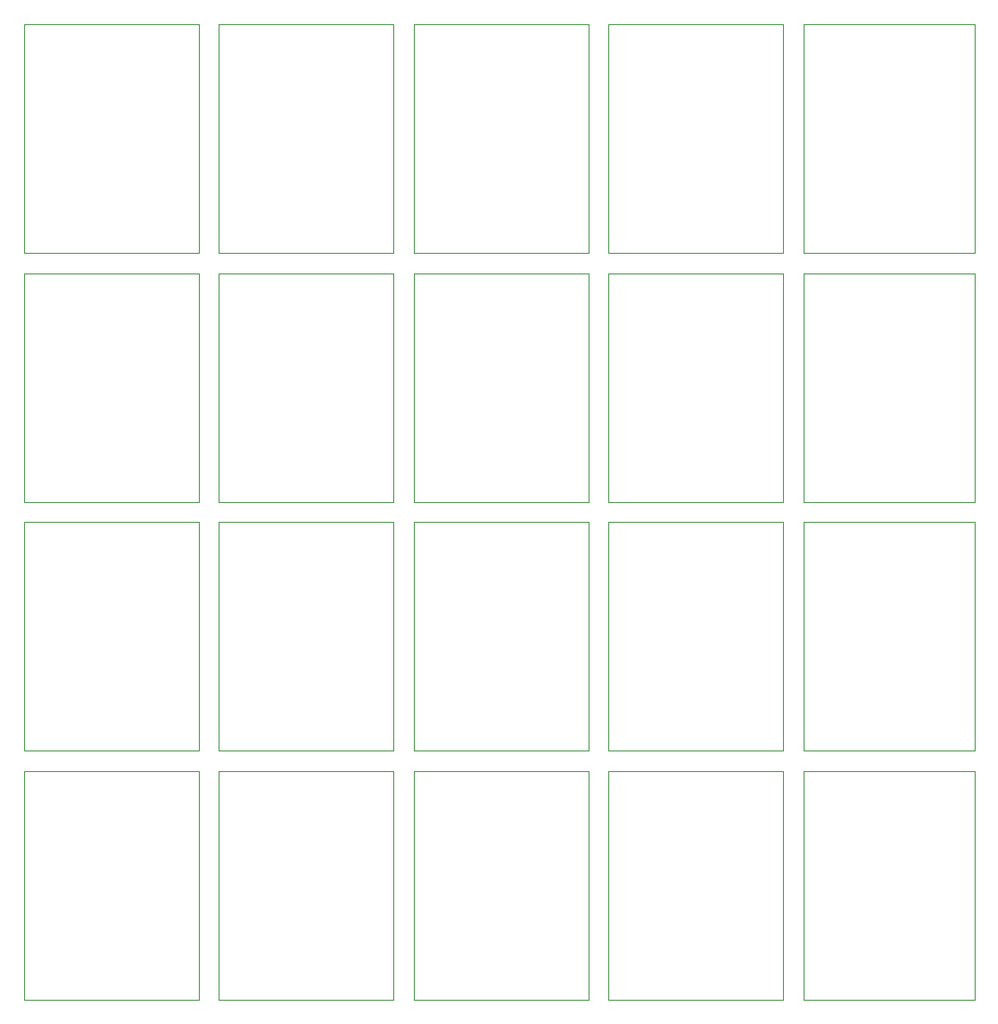
<source format=gbp>
G75*
G70*
%OFA0B0*%
%FSLAX25Y25*%
%IPPOS*%
%LPD*%
%AMOC8*
5,1,8,0,0,1.08239X$1,22.5*
%
%ADD17C,0.00000*%
X0010000Y0010000D02*
G75*
%LPD*%
D17*
X0010000Y0010000D02*
X0010000Y0095000D01*
X0075000Y0095000D01*
X0075000Y0010000D01*
X0010000Y0010000D01*
X0082500Y0010000D02*
G75*
%LPD*%
D17*
X0082500Y0010000D02*
X0082500Y0095000D01*
X0147500Y0095000D01*
X0147500Y0010000D01*
X0082500Y0010000D01*
X0155000Y0010000D02*
G75*
%LPD*%
D17*
X0155000Y0010000D02*
X0155000Y0095000D01*
X0220000Y0095000D01*
X0220000Y0010000D01*
X0155000Y0010000D01*
X0227500Y0010000D02*
G75*
%LPD*%
D17*
X0227500Y0010000D02*
X0227500Y0095000D01*
X0292500Y0095000D01*
X0292500Y0010000D01*
X0227500Y0010000D01*
X0300000Y0010000D02*
G75*
%LPD*%
D17*
X0300000Y0010000D02*
X0300000Y0095000D01*
X0363750Y0095000D01*
X0363750Y0010000D01*
X0300000Y0010000D01*
X0010000Y0102500D02*
G75*
%LPD*%
D17*
X0010000Y0102500D02*
X0010000Y0187500D01*
X0075000Y0187500D01*
X0075000Y0102500D01*
X0010000Y0102500D01*
X0082500Y0102500D02*
G75*
%LPD*%
D17*
X0082500Y0102500D02*
X0082500Y0187500D01*
X0147500Y0187500D01*
X0147500Y0102500D01*
X0082500Y0102500D01*
X0155000Y0102500D02*
G75*
%LPD*%
D17*
X0155000Y0102500D02*
X0155000Y0187500D01*
X0220000Y0187500D01*
X0220000Y0102500D01*
X0155000Y0102500D01*
X0227500Y0102500D02*
G75*
%LPD*%
D17*
X0227500Y0102500D02*
X0227500Y0187500D01*
X0292500Y0187500D01*
X0292500Y0102500D01*
X0227500Y0102500D01*
X0300000Y0102500D02*
G75*
%LPD*%
D17*
X0300000Y0102500D02*
X0300000Y0187500D01*
X0363750Y0187500D01*
X0363750Y0102500D01*
X0300000Y0102500D01*
X0010000Y0195000D02*
G75*
%LPD*%
D17*
X0010000Y0195000D02*
X0010000Y0280000D01*
X0075000Y0280000D01*
X0075000Y0195000D01*
X0010000Y0195000D01*
X0082500Y0195000D02*
G75*
%LPD*%
D17*
X0082500Y0195000D02*
X0082500Y0280000D01*
X0147500Y0280000D01*
X0147500Y0195000D01*
X0082500Y0195000D01*
X0155000Y0195000D02*
G75*
%LPD*%
D17*
X0155000Y0195000D02*
X0155000Y0280000D01*
X0220000Y0280000D01*
X0220000Y0195000D01*
X0155000Y0195000D01*
X0227500Y0195000D02*
G75*
%LPD*%
D17*
X0227500Y0195000D02*
X0227500Y0280000D01*
X0292500Y0280000D01*
X0292500Y0195000D01*
X0227500Y0195000D01*
X0300000Y0195000D02*
G75*
%LPD*%
D17*
X0300000Y0195000D02*
X0300000Y0280000D01*
X0363750Y0280000D01*
X0363750Y0195000D01*
X0300000Y0195000D01*
X0010000Y0287500D02*
G75*
%LPD*%
D17*
X0010000Y0287500D02*
X0010000Y0372500D01*
X0075000Y0372500D01*
X0075000Y0287500D01*
X0010000Y0287500D01*
X0082500Y0287500D02*
G75*
%LPD*%
D17*
X0082500Y0287500D02*
X0082500Y0372500D01*
X0147500Y0372500D01*
X0147500Y0287500D01*
X0082500Y0287500D01*
X0155000Y0287500D02*
G75*
%LPD*%
D17*
X0155000Y0287500D02*
X0155000Y0372500D01*
X0220000Y0372500D01*
X0220000Y0287500D01*
X0155000Y0287500D01*
X0227500Y0287500D02*
G75*
%LPD*%
D17*
X0227500Y0287500D02*
X0227500Y0372500D01*
X0292500Y0372500D01*
X0292500Y0287500D01*
X0227500Y0287500D01*
X0300000Y0287500D02*
G75*
%LPD*%
D17*
X0300000Y0287500D02*
X0300000Y0372500D01*
X0363750Y0372500D01*
X0363750Y0287500D01*
X0300000Y0287500D01*
M02*

</source>
